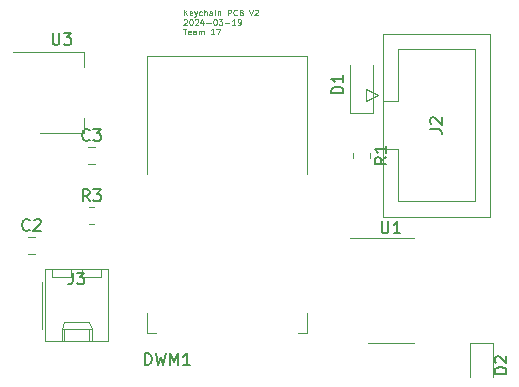
<source format=gto>
G04 #@! TF.GenerationSoftware,KiCad,Pcbnew,7.0.10*
G04 #@! TF.CreationDate,2024-03-26T17:52:26-05:00*
G04 #@! TF.ProjectId,keychain,6b657963-6861-4696-9e2e-6b696361645f,rev?*
G04 #@! TF.SameCoordinates,Original*
G04 #@! TF.FileFunction,Legend,Top*
G04 #@! TF.FilePolarity,Positive*
%FSLAX46Y46*%
G04 Gerber Fmt 4.6, Leading zero omitted, Abs format (unit mm)*
G04 Created by KiCad (PCBNEW 7.0.10) date 2024-03-26 17:52:26*
%MOMM*%
%LPD*%
G01*
G04 APERTURE LIST*
%ADD10C,0.125000*%
%ADD11C,0.150000*%
%ADD12C,0.120000*%
G04 APERTURE END LIST*
D10*
X124661283Y-51662309D02*
X124661283Y-51162309D01*
X124946997Y-51662309D02*
X124732712Y-51376595D01*
X124946997Y-51162309D02*
X124661283Y-51448023D01*
X125351759Y-51638500D02*
X125304140Y-51662309D01*
X125304140Y-51662309D02*
X125208902Y-51662309D01*
X125208902Y-51662309D02*
X125161283Y-51638500D01*
X125161283Y-51638500D02*
X125137474Y-51590880D01*
X125137474Y-51590880D02*
X125137474Y-51400404D01*
X125137474Y-51400404D02*
X125161283Y-51352785D01*
X125161283Y-51352785D02*
X125208902Y-51328976D01*
X125208902Y-51328976D02*
X125304140Y-51328976D01*
X125304140Y-51328976D02*
X125351759Y-51352785D01*
X125351759Y-51352785D02*
X125375569Y-51400404D01*
X125375569Y-51400404D02*
X125375569Y-51448023D01*
X125375569Y-51448023D02*
X125137474Y-51495642D01*
X125542235Y-51328976D02*
X125661283Y-51662309D01*
X125780330Y-51328976D02*
X125661283Y-51662309D01*
X125661283Y-51662309D02*
X125613664Y-51781357D01*
X125613664Y-51781357D02*
X125589854Y-51805166D01*
X125589854Y-51805166D02*
X125542235Y-51828976D01*
X126185092Y-51638500D02*
X126137473Y-51662309D01*
X126137473Y-51662309D02*
X126042235Y-51662309D01*
X126042235Y-51662309D02*
X125994616Y-51638500D01*
X125994616Y-51638500D02*
X125970806Y-51614690D01*
X125970806Y-51614690D02*
X125946997Y-51567071D01*
X125946997Y-51567071D02*
X125946997Y-51424214D01*
X125946997Y-51424214D02*
X125970806Y-51376595D01*
X125970806Y-51376595D02*
X125994616Y-51352785D01*
X125994616Y-51352785D02*
X126042235Y-51328976D01*
X126042235Y-51328976D02*
X126137473Y-51328976D01*
X126137473Y-51328976D02*
X126185092Y-51352785D01*
X126399377Y-51662309D02*
X126399377Y-51162309D01*
X126613663Y-51662309D02*
X126613663Y-51400404D01*
X126613663Y-51400404D02*
X126589853Y-51352785D01*
X126589853Y-51352785D02*
X126542234Y-51328976D01*
X126542234Y-51328976D02*
X126470806Y-51328976D01*
X126470806Y-51328976D02*
X126423187Y-51352785D01*
X126423187Y-51352785D02*
X126399377Y-51376595D01*
X127066044Y-51662309D02*
X127066044Y-51400404D01*
X127066044Y-51400404D02*
X127042234Y-51352785D01*
X127042234Y-51352785D02*
X126994615Y-51328976D01*
X126994615Y-51328976D02*
X126899377Y-51328976D01*
X126899377Y-51328976D02*
X126851758Y-51352785D01*
X127066044Y-51638500D02*
X127018425Y-51662309D01*
X127018425Y-51662309D02*
X126899377Y-51662309D01*
X126899377Y-51662309D02*
X126851758Y-51638500D01*
X126851758Y-51638500D02*
X126827949Y-51590880D01*
X126827949Y-51590880D02*
X126827949Y-51543261D01*
X126827949Y-51543261D02*
X126851758Y-51495642D01*
X126851758Y-51495642D02*
X126899377Y-51471833D01*
X126899377Y-51471833D02*
X127018425Y-51471833D01*
X127018425Y-51471833D02*
X127066044Y-51448023D01*
X127304139Y-51662309D02*
X127304139Y-51328976D01*
X127304139Y-51162309D02*
X127280330Y-51186119D01*
X127280330Y-51186119D02*
X127304139Y-51209928D01*
X127304139Y-51209928D02*
X127327949Y-51186119D01*
X127327949Y-51186119D02*
X127304139Y-51162309D01*
X127304139Y-51162309D02*
X127304139Y-51209928D01*
X127542234Y-51328976D02*
X127542234Y-51662309D01*
X127542234Y-51376595D02*
X127566044Y-51352785D01*
X127566044Y-51352785D02*
X127613663Y-51328976D01*
X127613663Y-51328976D02*
X127685091Y-51328976D01*
X127685091Y-51328976D02*
X127732710Y-51352785D01*
X127732710Y-51352785D02*
X127756520Y-51400404D01*
X127756520Y-51400404D02*
X127756520Y-51662309D01*
X128375567Y-51662309D02*
X128375567Y-51162309D01*
X128375567Y-51162309D02*
X128566043Y-51162309D01*
X128566043Y-51162309D02*
X128613662Y-51186119D01*
X128613662Y-51186119D02*
X128637472Y-51209928D01*
X128637472Y-51209928D02*
X128661281Y-51257547D01*
X128661281Y-51257547D02*
X128661281Y-51328976D01*
X128661281Y-51328976D02*
X128637472Y-51376595D01*
X128637472Y-51376595D02*
X128613662Y-51400404D01*
X128613662Y-51400404D02*
X128566043Y-51424214D01*
X128566043Y-51424214D02*
X128375567Y-51424214D01*
X129161281Y-51614690D02*
X129137472Y-51638500D01*
X129137472Y-51638500D02*
X129066043Y-51662309D01*
X129066043Y-51662309D02*
X129018424Y-51662309D01*
X129018424Y-51662309D02*
X128946996Y-51638500D01*
X128946996Y-51638500D02*
X128899377Y-51590880D01*
X128899377Y-51590880D02*
X128875567Y-51543261D01*
X128875567Y-51543261D02*
X128851758Y-51448023D01*
X128851758Y-51448023D02*
X128851758Y-51376595D01*
X128851758Y-51376595D02*
X128875567Y-51281357D01*
X128875567Y-51281357D02*
X128899377Y-51233738D01*
X128899377Y-51233738D02*
X128946996Y-51186119D01*
X128946996Y-51186119D02*
X129018424Y-51162309D01*
X129018424Y-51162309D02*
X129066043Y-51162309D01*
X129066043Y-51162309D02*
X129137472Y-51186119D01*
X129137472Y-51186119D02*
X129161281Y-51209928D01*
X129542234Y-51400404D02*
X129613662Y-51424214D01*
X129613662Y-51424214D02*
X129637472Y-51448023D01*
X129637472Y-51448023D02*
X129661281Y-51495642D01*
X129661281Y-51495642D02*
X129661281Y-51567071D01*
X129661281Y-51567071D02*
X129637472Y-51614690D01*
X129637472Y-51614690D02*
X129613662Y-51638500D01*
X129613662Y-51638500D02*
X129566043Y-51662309D01*
X129566043Y-51662309D02*
X129375567Y-51662309D01*
X129375567Y-51662309D02*
X129375567Y-51162309D01*
X129375567Y-51162309D02*
X129542234Y-51162309D01*
X129542234Y-51162309D02*
X129589853Y-51186119D01*
X129589853Y-51186119D02*
X129613662Y-51209928D01*
X129613662Y-51209928D02*
X129637472Y-51257547D01*
X129637472Y-51257547D02*
X129637472Y-51305166D01*
X129637472Y-51305166D02*
X129613662Y-51352785D01*
X129613662Y-51352785D02*
X129589853Y-51376595D01*
X129589853Y-51376595D02*
X129542234Y-51400404D01*
X129542234Y-51400404D02*
X129375567Y-51400404D01*
X130185091Y-51162309D02*
X130351757Y-51662309D01*
X130351757Y-51662309D02*
X130518424Y-51162309D01*
X130661281Y-51209928D02*
X130685090Y-51186119D01*
X130685090Y-51186119D02*
X130732709Y-51162309D01*
X130732709Y-51162309D02*
X130851757Y-51162309D01*
X130851757Y-51162309D02*
X130899376Y-51186119D01*
X130899376Y-51186119D02*
X130923185Y-51209928D01*
X130923185Y-51209928D02*
X130946995Y-51257547D01*
X130946995Y-51257547D02*
X130946995Y-51305166D01*
X130946995Y-51305166D02*
X130923185Y-51376595D01*
X130923185Y-51376595D02*
X130637471Y-51662309D01*
X130637471Y-51662309D02*
X130946995Y-51662309D01*
X124637474Y-52014928D02*
X124661283Y-51991119D01*
X124661283Y-51991119D02*
X124708902Y-51967309D01*
X124708902Y-51967309D02*
X124827950Y-51967309D01*
X124827950Y-51967309D02*
X124875569Y-51991119D01*
X124875569Y-51991119D02*
X124899378Y-52014928D01*
X124899378Y-52014928D02*
X124923188Y-52062547D01*
X124923188Y-52062547D02*
X124923188Y-52110166D01*
X124923188Y-52110166D02*
X124899378Y-52181595D01*
X124899378Y-52181595D02*
X124613664Y-52467309D01*
X124613664Y-52467309D02*
X124923188Y-52467309D01*
X125232711Y-51967309D02*
X125280330Y-51967309D01*
X125280330Y-51967309D02*
X125327949Y-51991119D01*
X125327949Y-51991119D02*
X125351759Y-52014928D01*
X125351759Y-52014928D02*
X125375568Y-52062547D01*
X125375568Y-52062547D02*
X125399378Y-52157785D01*
X125399378Y-52157785D02*
X125399378Y-52276833D01*
X125399378Y-52276833D02*
X125375568Y-52372071D01*
X125375568Y-52372071D02*
X125351759Y-52419690D01*
X125351759Y-52419690D02*
X125327949Y-52443500D01*
X125327949Y-52443500D02*
X125280330Y-52467309D01*
X125280330Y-52467309D02*
X125232711Y-52467309D01*
X125232711Y-52467309D02*
X125185092Y-52443500D01*
X125185092Y-52443500D02*
X125161283Y-52419690D01*
X125161283Y-52419690D02*
X125137473Y-52372071D01*
X125137473Y-52372071D02*
X125113664Y-52276833D01*
X125113664Y-52276833D02*
X125113664Y-52157785D01*
X125113664Y-52157785D02*
X125137473Y-52062547D01*
X125137473Y-52062547D02*
X125161283Y-52014928D01*
X125161283Y-52014928D02*
X125185092Y-51991119D01*
X125185092Y-51991119D02*
X125232711Y-51967309D01*
X125589854Y-52014928D02*
X125613663Y-51991119D01*
X125613663Y-51991119D02*
X125661282Y-51967309D01*
X125661282Y-51967309D02*
X125780330Y-51967309D01*
X125780330Y-51967309D02*
X125827949Y-51991119D01*
X125827949Y-51991119D02*
X125851758Y-52014928D01*
X125851758Y-52014928D02*
X125875568Y-52062547D01*
X125875568Y-52062547D02*
X125875568Y-52110166D01*
X125875568Y-52110166D02*
X125851758Y-52181595D01*
X125851758Y-52181595D02*
X125566044Y-52467309D01*
X125566044Y-52467309D02*
X125875568Y-52467309D01*
X126304139Y-52133976D02*
X126304139Y-52467309D01*
X126185091Y-51943500D02*
X126066044Y-52300642D01*
X126066044Y-52300642D02*
X126375567Y-52300642D01*
X126566043Y-52276833D02*
X126946996Y-52276833D01*
X127280329Y-51967309D02*
X127327948Y-51967309D01*
X127327948Y-51967309D02*
X127375567Y-51991119D01*
X127375567Y-51991119D02*
X127399377Y-52014928D01*
X127399377Y-52014928D02*
X127423186Y-52062547D01*
X127423186Y-52062547D02*
X127446996Y-52157785D01*
X127446996Y-52157785D02*
X127446996Y-52276833D01*
X127446996Y-52276833D02*
X127423186Y-52372071D01*
X127423186Y-52372071D02*
X127399377Y-52419690D01*
X127399377Y-52419690D02*
X127375567Y-52443500D01*
X127375567Y-52443500D02*
X127327948Y-52467309D01*
X127327948Y-52467309D02*
X127280329Y-52467309D01*
X127280329Y-52467309D02*
X127232710Y-52443500D01*
X127232710Y-52443500D02*
X127208901Y-52419690D01*
X127208901Y-52419690D02*
X127185091Y-52372071D01*
X127185091Y-52372071D02*
X127161282Y-52276833D01*
X127161282Y-52276833D02*
X127161282Y-52157785D01*
X127161282Y-52157785D02*
X127185091Y-52062547D01*
X127185091Y-52062547D02*
X127208901Y-52014928D01*
X127208901Y-52014928D02*
X127232710Y-51991119D01*
X127232710Y-51991119D02*
X127280329Y-51967309D01*
X127613662Y-51967309D02*
X127923186Y-51967309D01*
X127923186Y-51967309D02*
X127756519Y-52157785D01*
X127756519Y-52157785D02*
X127827948Y-52157785D01*
X127827948Y-52157785D02*
X127875567Y-52181595D01*
X127875567Y-52181595D02*
X127899376Y-52205404D01*
X127899376Y-52205404D02*
X127923186Y-52253023D01*
X127923186Y-52253023D02*
X127923186Y-52372071D01*
X127923186Y-52372071D02*
X127899376Y-52419690D01*
X127899376Y-52419690D02*
X127875567Y-52443500D01*
X127875567Y-52443500D02*
X127827948Y-52467309D01*
X127827948Y-52467309D02*
X127685091Y-52467309D01*
X127685091Y-52467309D02*
X127637472Y-52443500D01*
X127637472Y-52443500D02*
X127613662Y-52419690D01*
X128137471Y-52276833D02*
X128518424Y-52276833D01*
X129018424Y-52467309D02*
X128732710Y-52467309D01*
X128875567Y-52467309D02*
X128875567Y-51967309D01*
X128875567Y-51967309D02*
X128827948Y-52038738D01*
X128827948Y-52038738D02*
X128780329Y-52086357D01*
X128780329Y-52086357D02*
X128732710Y-52110166D01*
X129256519Y-52467309D02*
X129351757Y-52467309D01*
X129351757Y-52467309D02*
X129399376Y-52443500D01*
X129399376Y-52443500D02*
X129423185Y-52419690D01*
X129423185Y-52419690D02*
X129470804Y-52348261D01*
X129470804Y-52348261D02*
X129494614Y-52253023D01*
X129494614Y-52253023D02*
X129494614Y-52062547D01*
X129494614Y-52062547D02*
X129470804Y-52014928D01*
X129470804Y-52014928D02*
X129446995Y-51991119D01*
X129446995Y-51991119D02*
X129399376Y-51967309D01*
X129399376Y-51967309D02*
X129304138Y-51967309D01*
X129304138Y-51967309D02*
X129256519Y-51991119D01*
X129256519Y-51991119D02*
X129232709Y-52014928D01*
X129232709Y-52014928D02*
X129208900Y-52062547D01*
X129208900Y-52062547D02*
X129208900Y-52181595D01*
X129208900Y-52181595D02*
X129232709Y-52229214D01*
X129232709Y-52229214D02*
X129256519Y-52253023D01*
X129256519Y-52253023D02*
X129304138Y-52276833D01*
X129304138Y-52276833D02*
X129399376Y-52276833D01*
X129399376Y-52276833D02*
X129446995Y-52253023D01*
X129446995Y-52253023D02*
X129470804Y-52229214D01*
X129470804Y-52229214D02*
X129494614Y-52181595D01*
X124589855Y-52772309D02*
X124875569Y-52772309D01*
X124732712Y-53272309D02*
X124732712Y-52772309D01*
X125232711Y-53248500D02*
X125185092Y-53272309D01*
X125185092Y-53272309D02*
X125089854Y-53272309D01*
X125089854Y-53272309D02*
X125042235Y-53248500D01*
X125042235Y-53248500D02*
X125018426Y-53200880D01*
X125018426Y-53200880D02*
X125018426Y-53010404D01*
X125018426Y-53010404D02*
X125042235Y-52962785D01*
X125042235Y-52962785D02*
X125089854Y-52938976D01*
X125089854Y-52938976D02*
X125185092Y-52938976D01*
X125185092Y-52938976D02*
X125232711Y-52962785D01*
X125232711Y-52962785D02*
X125256521Y-53010404D01*
X125256521Y-53010404D02*
X125256521Y-53058023D01*
X125256521Y-53058023D02*
X125018426Y-53105642D01*
X125685092Y-53272309D02*
X125685092Y-53010404D01*
X125685092Y-53010404D02*
X125661282Y-52962785D01*
X125661282Y-52962785D02*
X125613663Y-52938976D01*
X125613663Y-52938976D02*
X125518425Y-52938976D01*
X125518425Y-52938976D02*
X125470806Y-52962785D01*
X125685092Y-53248500D02*
X125637473Y-53272309D01*
X125637473Y-53272309D02*
X125518425Y-53272309D01*
X125518425Y-53272309D02*
X125470806Y-53248500D01*
X125470806Y-53248500D02*
X125446997Y-53200880D01*
X125446997Y-53200880D02*
X125446997Y-53153261D01*
X125446997Y-53153261D02*
X125470806Y-53105642D01*
X125470806Y-53105642D02*
X125518425Y-53081833D01*
X125518425Y-53081833D02*
X125637473Y-53081833D01*
X125637473Y-53081833D02*
X125685092Y-53058023D01*
X125923187Y-53272309D02*
X125923187Y-52938976D01*
X125923187Y-52986595D02*
X125946997Y-52962785D01*
X125946997Y-52962785D02*
X125994616Y-52938976D01*
X125994616Y-52938976D02*
X126066044Y-52938976D01*
X126066044Y-52938976D02*
X126113663Y-52962785D01*
X126113663Y-52962785D02*
X126137473Y-53010404D01*
X126137473Y-53010404D02*
X126137473Y-53272309D01*
X126137473Y-53010404D02*
X126161282Y-52962785D01*
X126161282Y-52962785D02*
X126208901Y-52938976D01*
X126208901Y-52938976D02*
X126280330Y-52938976D01*
X126280330Y-52938976D02*
X126327949Y-52962785D01*
X126327949Y-52962785D02*
X126351759Y-53010404D01*
X126351759Y-53010404D02*
X126351759Y-53272309D01*
X127232711Y-53272309D02*
X126946997Y-53272309D01*
X127089854Y-53272309D02*
X127089854Y-52772309D01*
X127089854Y-52772309D02*
X127042235Y-52843738D01*
X127042235Y-52843738D02*
X126994616Y-52891357D01*
X126994616Y-52891357D02*
X126946997Y-52915166D01*
X127399377Y-52772309D02*
X127732710Y-52772309D01*
X127732710Y-52772309D02*
X127518425Y-53272309D01*
D11*
X141804819Y-63666666D02*
X141328628Y-63999999D01*
X141804819Y-64238094D02*
X140804819Y-64238094D01*
X140804819Y-64238094D02*
X140804819Y-63857142D01*
X140804819Y-63857142D02*
X140852438Y-63761904D01*
X140852438Y-63761904D02*
X140900057Y-63714285D01*
X140900057Y-63714285D02*
X140995295Y-63666666D01*
X140995295Y-63666666D02*
X141138152Y-63666666D01*
X141138152Y-63666666D02*
X141233390Y-63714285D01*
X141233390Y-63714285D02*
X141281009Y-63761904D01*
X141281009Y-63761904D02*
X141328628Y-63857142D01*
X141328628Y-63857142D02*
X141328628Y-64238094D01*
X141804819Y-62714285D02*
X141804819Y-63285713D01*
X141804819Y-62999999D02*
X140804819Y-62999999D01*
X140804819Y-62999999D02*
X140947676Y-63095237D01*
X140947676Y-63095237D02*
X141042914Y-63190475D01*
X141042914Y-63190475D02*
X141090533Y-63285713D01*
X138154819Y-58268094D02*
X137154819Y-58268094D01*
X137154819Y-58268094D02*
X137154819Y-58029999D01*
X137154819Y-58029999D02*
X137202438Y-57887142D01*
X137202438Y-57887142D02*
X137297676Y-57791904D01*
X137297676Y-57791904D02*
X137392914Y-57744285D01*
X137392914Y-57744285D02*
X137583390Y-57696666D01*
X137583390Y-57696666D02*
X137726247Y-57696666D01*
X137726247Y-57696666D02*
X137916723Y-57744285D01*
X137916723Y-57744285D02*
X138011961Y-57791904D01*
X138011961Y-57791904D02*
X138107200Y-57887142D01*
X138107200Y-57887142D02*
X138154819Y-58029999D01*
X138154819Y-58029999D02*
X138154819Y-58268094D01*
X138154819Y-56744285D02*
X138154819Y-57315713D01*
X138154819Y-57029999D02*
X137154819Y-57029999D01*
X137154819Y-57029999D02*
X137297676Y-57125237D01*
X137297676Y-57125237D02*
X137392914Y-57220475D01*
X137392914Y-57220475D02*
X137440533Y-57315713D01*
X113538095Y-53134819D02*
X113538095Y-53944342D01*
X113538095Y-53944342D02*
X113585714Y-54039580D01*
X113585714Y-54039580D02*
X113633333Y-54087200D01*
X113633333Y-54087200D02*
X113728571Y-54134819D01*
X113728571Y-54134819D02*
X113919047Y-54134819D01*
X113919047Y-54134819D02*
X114014285Y-54087200D01*
X114014285Y-54087200D02*
X114061904Y-54039580D01*
X114061904Y-54039580D02*
X114109523Y-53944342D01*
X114109523Y-53944342D02*
X114109523Y-53134819D01*
X114490476Y-53134819D02*
X115109523Y-53134819D01*
X115109523Y-53134819D02*
X114776190Y-53515771D01*
X114776190Y-53515771D02*
X114919047Y-53515771D01*
X114919047Y-53515771D02*
X115014285Y-53563390D01*
X115014285Y-53563390D02*
X115061904Y-53611009D01*
X115061904Y-53611009D02*
X115109523Y-53706247D01*
X115109523Y-53706247D02*
X115109523Y-53944342D01*
X115109523Y-53944342D02*
X115061904Y-54039580D01*
X115061904Y-54039580D02*
X115014285Y-54087200D01*
X115014285Y-54087200D02*
X114919047Y-54134819D01*
X114919047Y-54134819D02*
X114633333Y-54134819D01*
X114633333Y-54134819D02*
X114538095Y-54087200D01*
X114538095Y-54087200D02*
X114490476Y-54039580D01*
X115236666Y-73434819D02*
X115236666Y-74149104D01*
X115236666Y-74149104D02*
X115189047Y-74291961D01*
X115189047Y-74291961D02*
X115093809Y-74387200D01*
X115093809Y-74387200D02*
X114950952Y-74434819D01*
X114950952Y-74434819D02*
X114855714Y-74434819D01*
X115617619Y-73434819D02*
X116236666Y-73434819D01*
X116236666Y-73434819D02*
X115903333Y-73815771D01*
X115903333Y-73815771D02*
X116046190Y-73815771D01*
X116046190Y-73815771D02*
X116141428Y-73863390D01*
X116141428Y-73863390D02*
X116189047Y-73911009D01*
X116189047Y-73911009D02*
X116236666Y-74006247D01*
X116236666Y-74006247D02*
X116236666Y-74244342D01*
X116236666Y-74244342D02*
X116189047Y-74339580D01*
X116189047Y-74339580D02*
X116141428Y-74387200D01*
X116141428Y-74387200D02*
X116046190Y-74434819D01*
X116046190Y-74434819D02*
X115760476Y-74434819D01*
X115760476Y-74434819D02*
X115665238Y-74387200D01*
X115665238Y-74387200D02*
X115617619Y-74339580D01*
X141413095Y-69104819D02*
X141413095Y-69914342D01*
X141413095Y-69914342D02*
X141460714Y-70009580D01*
X141460714Y-70009580D02*
X141508333Y-70057200D01*
X141508333Y-70057200D02*
X141603571Y-70104819D01*
X141603571Y-70104819D02*
X141794047Y-70104819D01*
X141794047Y-70104819D02*
X141889285Y-70057200D01*
X141889285Y-70057200D02*
X141936904Y-70009580D01*
X141936904Y-70009580D02*
X141984523Y-69914342D01*
X141984523Y-69914342D02*
X141984523Y-69104819D01*
X142984523Y-70104819D02*
X142413095Y-70104819D01*
X142698809Y-70104819D02*
X142698809Y-69104819D01*
X142698809Y-69104819D02*
X142603571Y-69247676D01*
X142603571Y-69247676D02*
X142508333Y-69342914D01*
X142508333Y-69342914D02*
X142413095Y-69390533D01*
X121359048Y-81263619D02*
X121359048Y-80263619D01*
X121359048Y-80263619D02*
X121597143Y-80263619D01*
X121597143Y-80263619D02*
X121740000Y-80311238D01*
X121740000Y-80311238D02*
X121835238Y-80406476D01*
X121835238Y-80406476D02*
X121882857Y-80501714D01*
X121882857Y-80501714D02*
X121930476Y-80692190D01*
X121930476Y-80692190D02*
X121930476Y-80835047D01*
X121930476Y-80835047D02*
X121882857Y-81025523D01*
X121882857Y-81025523D02*
X121835238Y-81120761D01*
X121835238Y-81120761D02*
X121740000Y-81216000D01*
X121740000Y-81216000D02*
X121597143Y-81263619D01*
X121597143Y-81263619D02*
X121359048Y-81263619D01*
X122263810Y-80263619D02*
X122501905Y-81263619D01*
X122501905Y-81263619D02*
X122692381Y-80549333D01*
X122692381Y-80549333D02*
X122882857Y-81263619D01*
X122882857Y-81263619D02*
X123120953Y-80263619D01*
X123501905Y-81263619D02*
X123501905Y-80263619D01*
X123501905Y-80263619D02*
X123835238Y-80977904D01*
X123835238Y-80977904D02*
X124168571Y-80263619D01*
X124168571Y-80263619D02*
X124168571Y-81263619D01*
X125168571Y-81263619D02*
X124597143Y-81263619D01*
X124882857Y-81263619D02*
X124882857Y-80263619D01*
X124882857Y-80263619D02*
X124787619Y-80406476D01*
X124787619Y-80406476D02*
X124692381Y-80501714D01*
X124692381Y-80501714D02*
X124597143Y-80549333D01*
X145504819Y-61293333D02*
X146219104Y-61293333D01*
X146219104Y-61293333D02*
X146361961Y-61340952D01*
X146361961Y-61340952D02*
X146457200Y-61436190D01*
X146457200Y-61436190D02*
X146504819Y-61579047D01*
X146504819Y-61579047D02*
X146504819Y-61674285D01*
X145600057Y-60864761D02*
X145552438Y-60817142D01*
X145552438Y-60817142D02*
X145504819Y-60721904D01*
X145504819Y-60721904D02*
X145504819Y-60483809D01*
X145504819Y-60483809D02*
X145552438Y-60388571D01*
X145552438Y-60388571D02*
X145600057Y-60340952D01*
X145600057Y-60340952D02*
X145695295Y-60293333D01*
X145695295Y-60293333D02*
X145790533Y-60293333D01*
X145790533Y-60293333D02*
X145933390Y-60340952D01*
X145933390Y-60340952D02*
X146504819Y-60912380D01*
X146504819Y-60912380D02*
X146504819Y-60293333D01*
X111593333Y-69799580D02*
X111545714Y-69847200D01*
X111545714Y-69847200D02*
X111402857Y-69894819D01*
X111402857Y-69894819D02*
X111307619Y-69894819D01*
X111307619Y-69894819D02*
X111164762Y-69847200D01*
X111164762Y-69847200D02*
X111069524Y-69751961D01*
X111069524Y-69751961D02*
X111021905Y-69656723D01*
X111021905Y-69656723D02*
X110974286Y-69466247D01*
X110974286Y-69466247D02*
X110974286Y-69323390D01*
X110974286Y-69323390D02*
X111021905Y-69132914D01*
X111021905Y-69132914D02*
X111069524Y-69037676D01*
X111069524Y-69037676D02*
X111164762Y-68942438D01*
X111164762Y-68942438D02*
X111307619Y-68894819D01*
X111307619Y-68894819D02*
X111402857Y-68894819D01*
X111402857Y-68894819D02*
X111545714Y-68942438D01*
X111545714Y-68942438D02*
X111593333Y-68990057D01*
X111974286Y-68990057D02*
X112021905Y-68942438D01*
X112021905Y-68942438D02*
X112117143Y-68894819D01*
X112117143Y-68894819D02*
X112355238Y-68894819D01*
X112355238Y-68894819D02*
X112450476Y-68942438D01*
X112450476Y-68942438D02*
X112498095Y-68990057D01*
X112498095Y-68990057D02*
X112545714Y-69085295D01*
X112545714Y-69085295D02*
X112545714Y-69180533D01*
X112545714Y-69180533D02*
X112498095Y-69323390D01*
X112498095Y-69323390D02*
X111926667Y-69894819D01*
X111926667Y-69894819D02*
X112545714Y-69894819D01*
X116673333Y-67384819D02*
X116340000Y-66908628D01*
X116101905Y-67384819D02*
X116101905Y-66384819D01*
X116101905Y-66384819D02*
X116482857Y-66384819D01*
X116482857Y-66384819D02*
X116578095Y-66432438D01*
X116578095Y-66432438D02*
X116625714Y-66480057D01*
X116625714Y-66480057D02*
X116673333Y-66575295D01*
X116673333Y-66575295D02*
X116673333Y-66718152D01*
X116673333Y-66718152D02*
X116625714Y-66813390D01*
X116625714Y-66813390D02*
X116578095Y-66861009D01*
X116578095Y-66861009D02*
X116482857Y-66908628D01*
X116482857Y-66908628D02*
X116101905Y-66908628D01*
X117006667Y-66384819D02*
X117625714Y-66384819D01*
X117625714Y-66384819D02*
X117292381Y-66765771D01*
X117292381Y-66765771D02*
X117435238Y-66765771D01*
X117435238Y-66765771D02*
X117530476Y-66813390D01*
X117530476Y-66813390D02*
X117578095Y-66861009D01*
X117578095Y-66861009D02*
X117625714Y-66956247D01*
X117625714Y-66956247D02*
X117625714Y-67194342D01*
X117625714Y-67194342D02*
X117578095Y-67289580D01*
X117578095Y-67289580D02*
X117530476Y-67337200D01*
X117530476Y-67337200D02*
X117435238Y-67384819D01*
X117435238Y-67384819D02*
X117149524Y-67384819D01*
X117149524Y-67384819D02*
X117054286Y-67337200D01*
X117054286Y-67337200D02*
X117006667Y-67289580D01*
X116673333Y-62179580D02*
X116625714Y-62227200D01*
X116625714Y-62227200D02*
X116482857Y-62274819D01*
X116482857Y-62274819D02*
X116387619Y-62274819D01*
X116387619Y-62274819D02*
X116244762Y-62227200D01*
X116244762Y-62227200D02*
X116149524Y-62131961D01*
X116149524Y-62131961D02*
X116101905Y-62036723D01*
X116101905Y-62036723D02*
X116054286Y-61846247D01*
X116054286Y-61846247D02*
X116054286Y-61703390D01*
X116054286Y-61703390D02*
X116101905Y-61512914D01*
X116101905Y-61512914D02*
X116149524Y-61417676D01*
X116149524Y-61417676D02*
X116244762Y-61322438D01*
X116244762Y-61322438D02*
X116387619Y-61274819D01*
X116387619Y-61274819D02*
X116482857Y-61274819D01*
X116482857Y-61274819D02*
X116625714Y-61322438D01*
X116625714Y-61322438D02*
X116673333Y-61370057D01*
X117006667Y-61274819D02*
X117625714Y-61274819D01*
X117625714Y-61274819D02*
X117292381Y-61655771D01*
X117292381Y-61655771D02*
X117435238Y-61655771D01*
X117435238Y-61655771D02*
X117530476Y-61703390D01*
X117530476Y-61703390D02*
X117578095Y-61751009D01*
X117578095Y-61751009D02*
X117625714Y-61846247D01*
X117625714Y-61846247D02*
X117625714Y-62084342D01*
X117625714Y-62084342D02*
X117578095Y-62179580D01*
X117578095Y-62179580D02*
X117530476Y-62227200D01*
X117530476Y-62227200D02*
X117435238Y-62274819D01*
X117435238Y-62274819D02*
X117149524Y-62274819D01*
X117149524Y-62274819D02*
X117054286Y-62227200D01*
X117054286Y-62227200D02*
X117006667Y-62179580D01*
X151964819Y-82018094D02*
X150964819Y-82018094D01*
X150964819Y-82018094D02*
X150964819Y-81779999D01*
X150964819Y-81779999D02*
X151012438Y-81637142D01*
X151012438Y-81637142D02*
X151107676Y-81541904D01*
X151107676Y-81541904D02*
X151202914Y-81494285D01*
X151202914Y-81494285D02*
X151393390Y-81446666D01*
X151393390Y-81446666D02*
X151536247Y-81446666D01*
X151536247Y-81446666D02*
X151726723Y-81494285D01*
X151726723Y-81494285D02*
X151821961Y-81541904D01*
X151821961Y-81541904D02*
X151917200Y-81637142D01*
X151917200Y-81637142D02*
X151964819Y-81779999D01*
X151964819Y-81779999D02*
X151964819Y-82018094D01*
X151060057Y-81065713D02*
X151012438Y-81018094D01*
X151012438Y-81018094D02*
X150964819Y-80922856D01*
X150964819Y-80922856D02*
X150964819Y-80684761D01*
X150964819Y-80684761D02*
X151012438Y-80589523D01*
X151012438Y-80589523D02*
X151060057Y-80541904D01*
X151060057Y-80541904D02*
X151155295Y-80494285D01*
X151155295Y-80494285D02*
X151250533Y-80494285D01*
X151250533Y-80494285D02*
X151393390Y-80541904D01*
X151393390Y-80541904D02*
X151964819Y-81113332D01*
X151964819Y-81113332D02*
X151964819Y-80494285D01*
D12*
G04 #@! TO.C,R1*
X140435000Y-63272936D02*
X140435000Y-63727064D01*
X138965000Y-63272936D02*
X138965000Y-63727064D01*
G04 #@! TO.C,D1*
X138700000Y-59890000D02*
X140700000Y-59890000D01*
X138700000Y-59890000D02*
X138700000Y-55880000D01*
X140700000Y-59890000D02*
X140700000Y-55880000D01*
G04 #@! TO.C,U3*
X110200000Y-54770000D02*
X116210000Y-54770000D01*
X112450000Y-61590000D02*
X116210000Y-61590000D01*
X116210000Y-54770000D02*
X116210000Y-56030000D01*
X116210000Y-61590000D02*
X116210000Y-60330000D01*
G04 #@! TO.C,J3*
X112630000Y-74200000D02*
X112630000Y-78200000D01*
X112920000Y-73170000D02*
X112920000Y-79190000D01*
X112920000Y-79190000D02*
X118220000Y-79190000D01*
X113500000Y-73170000D02*
X113500000Y-73770000D01*
X113500000Y-73770000D02*
X115100000Y-73770000D01*
X114300000Y-78190000D02*
X114550000Y-77660000D01*
X114300000Y-78190000D02*
X116840000Y-78190000D01*
X114300000Y-79190000D02*
X114300000Y-78190000D01*
X114550000Y-77660000D02*
X116590000Y-77660000D01*
X114550000Y-79190000D02*
X114550000Y-78190000D01*
X115100000Y-73770000D02*
X115100000Y-73170000D01*
X116040000Y-73170000D02*
X116040000Y-73770000D01*
X116040000Y-73770000D02*
X117640000Y-73770000D01*
X116590000Y-77660000D02*
X116840000Y-78190000D01*
X116590000Y-79190000D02*
X116590000Y-78190000D01*
X116840000Y-78190000D02*
X116840000Y-79190000D01*
X117640000Y-73770000D02*
X117640000Y-73170000D01*
X118220000Y-73170000D02*
X112920000Y-73170000D01*
X118220000Y-79190000D02*
X118220000Y-73170000D01*
G04 #@! TO.C,U1*
X142175000Y-70495000D02*
X138725000Y-70495000D01*
X142175000Y-70495000D02*
X144125000Y-70495000D01*
X142175000Y-79365000D02*
X140225000Y-79365000D01*
X142175000Y-79365000D02*
X144125000Y-79365000D01*
G04 #@! TO.C,DWM1*
X121570000Y-55088800D02*
X121570000Y-65088800D01*
X121570000Y-55088800D02*
X135070000Y-55088800D01*
X121570000Y-78588800D02*
X121570000Y-76838800D01*
X122320000Y-78588800D02*
X121570000Y-78588800D01*
X134320000Y-78588800D02*
X135070000Y-78588800D01*
X135070000Y-55088800D02*
X135070000Y-65088800D01*
X135070000Y-78588800D02*
X135070000Y-76838800D01*
G04 #@! TO.C,J2*
X140100000Y-57920000D02*
X140100000Y-58920000D01*
X140100000Y-58920000D02*
X141100000Y-58420000D01*
X141100000Y-58420000D02*
X140100000Y-57920000D01*
X141490000Y-53210000D02*
X150610000Y-53210000D01*
X141490000Y-58910000D02*
X142800000Y-58910000D01*
X141490000Y-68710000D02*
X141490000Y-53210000D01*
X142800000Y-54510000D02*
X149300000Y-54510000D01*
X142800000Y-58910000D02*
X142800000Y-54510000D01*
X142800000Y-63010000D02*
X141490000Y-63010000D01*
X142800000Y-63010000D02*
X142800000Y-63010000D01*
X142800000Y-67410000D02*
X142800000Y-63010000D01*
X149300000Y-54510000D02*
X149300000Y-67410000D01*
X149300000Y-67410000D02*
X142800000Y-67410000D01*
X150610000Y-53210000D02*
X150610000Y-68710000D01*
X150610000Y-68710000D02*
X141490000Y-68710000D01*
G04 #@! TO.C,C2*
X111498748Y-70385000D02*
X112021252Y-70385000D01*
X111498748Y-71855000D02*
X112021252Y-71855000D01*
G04 #@! TO.C,R3*
X116612936Y-67845000D02*
X117067064Y-67845000D01*
X116612936Y-69315000D02*
X117067064Y-69315000D01*
G04 #@! TO.C,C3*
X116578748Y-62765000D02*
X117101252Y-62765000D01*
X116578748Y-64235000D02*
X117101252Y-64235000D01*
G04 #@! TO.C,D2*
X150820000Y-79420000D02*
X148900000Y-79420000D01*
X148900000Y-79420000D02*
X148900000Y-82280000D01*
X150820000Y-82280000D02*
X150820000Y-79420000D01*
G04 #@! TD*
M02*

</source>
